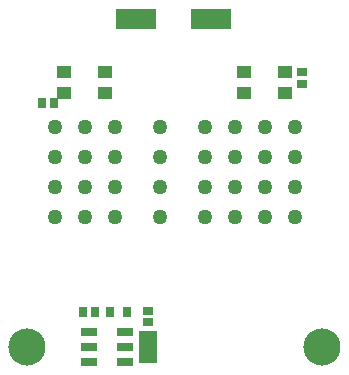
<source format=gbr>
%TF.GenerationSoftware,Altium Limited,Altium Designer,23.8.1 (32)*%
G04 Layer_Color=8388736*
%FSLAX26Y26*%
%MOIN*%
%TF.SameCoordinates,B48688C3-A13A-492E-84A6-6931980A1D19*%
%TF.FilePolarity,Negative*%
%TF.FileFunction,Soldermask,Top*%
%TF.Part,Single*%
G01*
G75*
%TA.AperFunction,SMDPad,CuDef*%
%ADD14R,0.135039X0.070079*%
%ADD16R,0.008000X0.025000*%
%ADD17R,0.063000X0.046000*%
%ADD18C,0.050000*%
%ADD38R,0.058268X0.026772*%
%ADD39R,0.045276X0.039366*%
%ADD40R,0.029622X0.033559*%
%ADD41R,0.029528X0.037402*%
%ADD42R,0.033559X0.029622*%
%TA.AperFunction,ViaPad*%
%ADD43C,0.124016*%
G36*
X-59996Y50000D02*
Y-50000D01*
X-119996D01*
Y50000D01*
X-59996D01*
D01*
D02*
G37*
D14*
X-129996Y1091889D02*
D03*
X120004D02*
D03*
D16*
X-89996Y0D02*
D03*
D17*
Y-30000D02*
D03*
Y30000D02*
D03*
D18*
X-49996Y431889D02*
D03*
Y631889D02*
D03*
Y531889D02*
D03*
Y731889D02*
D03*
X400004Y431889D02*
D03*
Y631889D02*
D03*
Y731889D02*
D03*
X200004Y431889D02*
D03*
X300004D02*
D03*
Y631889D02*
D03*
Y531889D02*
D03*
X400004D02*
D03*
X300004Y731889D02*
D03*
X200004D02*
D03*
X100004D02*
D03*
Y431889D02*
D03*
Y631889D02*
D03*
Y531889D02*
D03*
X200004D02*
D03*
Y631889D02*
D03*
X-199996Y431889D02*
D03*
X-299996Y531889D02*
D03*
Y431889D02*
D03*
X-399996D02*
D03*
Y731889D02*
D03*
X-299996Y631889D02*
D03*
X-399996D02*
D03*
Y531889D02*
D03*
X-199996Y631889D02*
D03*
X-299996Y731889D02*
D03*
X-199996D02*
D03*
Y531889D02*
D03*
D38*
X-164366Y-50000D02*
D03*
X-284445D02*
D03*
Y0D02*
D03*
Y50000D02*
D03*
X-164366D02*
D03*
Y0D02*
D03*
D39*
X231104Y916339D02*
D03*
X368904D02*
D03*
X231104Y847439D02*
D03*
X368904D02*
D03*
X-231096Y847439D02*
D03*
X-368896D02*
D03*
X-231096Y916339D02*
D03*
X-368896D02*
D03*
D40*
X-264993Y116817D02*
D03*
X-304363D02*
D03*
X-440311Y812184D02*
D03*
X-400941D02*
D03*
D41*
X-215322Y118189D02*
D03*
X-158235D02*
D03*
D42*
X-89996Y121574D02*
D03*
Y82204D02*
D03*
X425004Y877204D02*
D03*
Y916574D02*
D03*
D43*
X492126Y0D02*
D03*
X-492126D02*
D03*
%TF.MD5,f10d204eeb2030d6421374366116cef8*%
M02*

</source>
